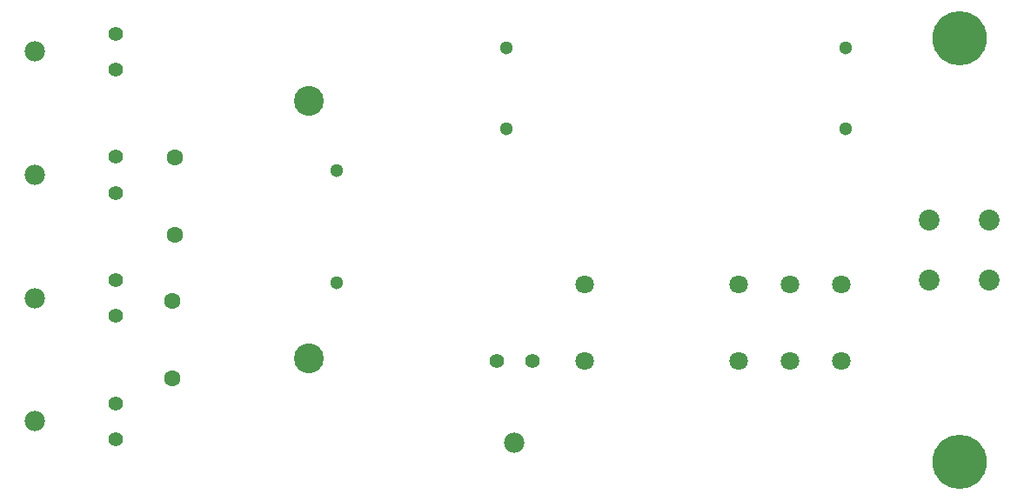
<source format=gbr>
G04 #@! TF.FileFunction,Copper,L2,Bot,Signal*
%FSLAX46Y46*%
G04 Gerber Fmt 4.6, Leading zero omitted, Abs format (unit mm)*
G04 Created by KiCad (PCBNEW 4.0.7-e2-6376~58~ubuntu16.04.1) date Mon Feb  5 21:35:03 2018*
%MOMM*%
%LPD*%
G01*
G04 APERTURE LIST*
%ADD10C,0.100000*%
%ADD11C,2.020000*%
%ADD12C,5.280000*%
%ADD13C,1.800000*%
%ADD14C,1.600000*%
%ADD15C,1.300000*%
%ADD16C,2.900000*%
%ADD17C,1.397000*%
%ADD18C,1.981000*%
G04 APERTURE END LIST*
D10*
D11*
X186436000Y-55880000D03*
X186436000Y-50040000D03*
X192286000Y-50040000D03*
X192286000Y-55880000D03*
D12*
X189366000Y-32350000D03*
X189366000Y-73570000D03*
D13*
X172908000Y-56254000D03*
X172908000Y-63754000D03*
X167908000Y-63754000D03*
X152908000Y-63754000D03*
X152908000Y-56254000D03*
X167908000Y-56254000D03*
X177908000Y-63754000D03*
X177908000Y-56254000D03*
D14*
X113030000Y-43942000D03*
X113020000Y-51442000D03*
X112776000Y-57912000D03*
X112766000Y-65412000D03*
D15*
X178308000Y-41148000D03*
X145308000Y-41148000D03*
X178308000Y-33274000D03*
X145308000Y-33274000D03*
X128778000Y-56134000D03*
X128778000Y-45234000D03*
D16*
X126108000Y-63447000D03*
X126108000Y-38407000D03*
D17*
X107287000Y-59374000D03*
X107287000Y-55874000D03*
D18*
X99377000Y-57624000D03*
D17*
X107287000Y-47374000D03*
X107287000Y-43874000D03*
D18*
X99377000Y-45624000D03*
D17*
X107287000Y-35374000D03*
X107287000Y-31874000D03*
D18*
X99377000Y-33624000D03*
D17*
X147828000Y-63754000D03*
X144328000Y-63754000D03*
D18*
X146078000Y-71664000D03*
D17*
X107287000Y-71374000D03*
X107287000Y-67874000D03*
D18*
X99377000Y-69624000D03*
M02*

</source>
